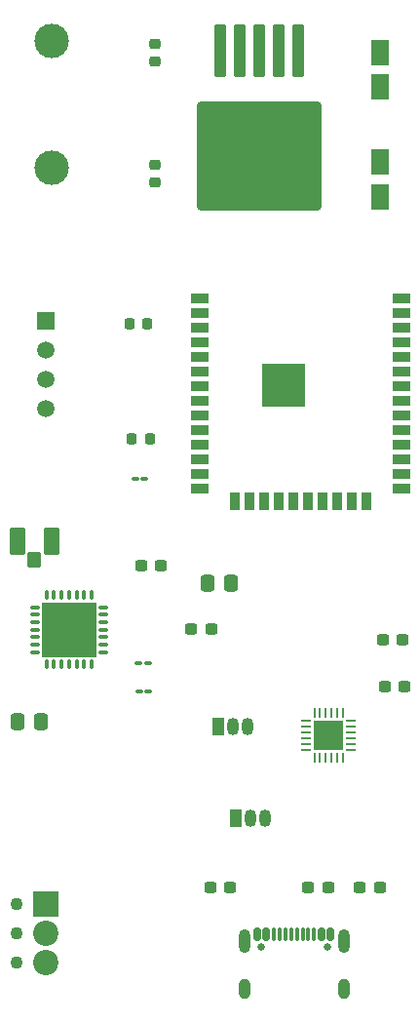
<source format=gbr>
%TF.GenerationSoftware,KiCad,Pcbnew,8.0.4*%
%TF.CreationDate,2025-07-24T11:12:48+05:30*%
%TF.ProjectId,SIH Smart Irrigation System,53494820-536d-4617-9274-204972726967,rev?*%
%TF.SameCoordinates,Original*%
%TF.FileFunction,Soldermask,Top*%
%TF.FilePolarity,Negative*%
%FSLAX46Y46*%
G04 Gerber Fmt 4.6, Leading zero omitted, Abs format (unit mm)*
G04 Created by KiCad (PCBNEW 8.0.4) date 2025-07-24 11:12:48*
%MOMM*%
%LPD*%
G01*
G04 APERTURE LIST*
G04 Aperture macros list*
%AMRoundRect*
0 Rectangle with rounded corners*
0 $1 Rounding radius*
0 $2 $3 $4 $5 $6 $7 $8 $9 X,Y pos of 4 corners*
0 Add a 4 corners polygon primitive as box body*
4,1,4,$2,$3,$4,$5,$6,$7,$8,$9,$2,$3,0*
0 Add four circle primitives for the rounded corners*
1,1,$1+$1,$2,$3*
1,1,$1+$1,$4,$5*
1,1,$1+$1,$6,$7*
1,1,$1+$1,$8,$9*
0 Add four rect primitives between the rounded corners*
20,1,$1+$1,$2,$3,$4,$5,0*
20,1,$1+$1,$4,$5,$6,$7,0*
20,1,$1+$1,$6,$7,$8,$9,0*
20,1,$1+$1,$8,$9,$2,$3,0*%
G04 Aperture macros list end*
%ADD10C,1.100000*%
%ADD11R,2.200000X2.200000*%
%ADD12C,2.200000*%
%ADD13C,3.000000*%
%ADD14RoundRect,0.075000X-0.312500X-0.075000X0.312500X-0.075000X0.312500X0.075000X-0.312500X0.075000X0*%
%ADD15RoundRect,0.075000X-0.075000X-0.312500X0.075000X-0.312500X0.075000X0.312500X-0.075000X0.312500X0*%
%ADD16R,4.800000X4.800000*%
%ADD17RoundRect,0.225000X-0.225000X-0.250000X0.225000X-0.250000X0.225000X0.250000X-0.225000X0.250000X0*%
%ADD18RoundRect,0.237500X-0.300000X-0.237500X0.300000X-0.237500X0.300000X0.237500X-0.300000X0.237500X0*%
%ADD19RoundRect,0.225000X-0.250000X0.225000X-0.250000X-0.225000X0.250000X-0.225000X0.250000X0.225000X0*%
%ADD20R,1.600000X2.200000*%
%ADD21R,1.500000X1.500000*%
%ADD22C,1.500000*%
%ADD23RoundRect,0.250000X-0.337500X-0.475000X0.337500X-0.475000X0.337500X0.475000X-0.337500X0.475000X0*%
%ADD24RoundRect,0.250000X-0.300000X2.050000X-0.300000X-2.050000X0.300000X-2.050000X0.300000X2.050000X0*%
%ADD25RoundRect,0.250002X-5.149998X4.449998X-5.149998X-4.449998X5.149998X-4.449998X5.149998X4.449998X0*%
%ADD26RoundRect,0.100000X-0.217500X-0.100000X0.217500X-0.100000X0.217500X0.100000X-0.217500X0.100000X0*%
%ADD27C,0.650000*%
%ADD28RoundRect,0.150000X-0.150000X-0.425000X0.150000X-0.425000X0.150000X0.425000X-0.150000X0.425000X0*%
%ADD29RoundRect,0.075000X-0.075000X-0.500000X0.075000X-0.500000X0.075000X0.500000X-0.075000X0.500000X0*%
%ADD30O,1.000000X2.100000*%
%ADD31O,1.000000X1.800000*%
%ADD32RoundRect,0.062500X-0.350000X-0.062500X0.350000X-0.062500X0.350000X0.062500X-0.350000X0.062500X0*%
%ADD33RoundRect,0.062500X-0.062500X-0.350000X0.062500X-0.350000X0.062500X0.350000X-0.062500X0.350000X0*%
%ADD34R,2.600000X2.600000*%
%ADD35R,1.050000X1.500000*%
%ADD36O,1.050000X1.500000*%
%ADD37RoundRect,0.102000X-0.550000X-1.125000X0.550000X-1.125000X0.550000X1.125000X-0.550000X1.125000X0*%
%ADD38RoundRect,0.102000X-0.525000X-0.550000X0.525000X-0.550000X0.525000X0.550000X-0.525000X0.550000X0*%
%ADD39R,1.500000X0.900000*%
%ADD40R,0.900000X1.500000*%
%ADD41C,0.600000*%
%ADD42R,3.800000X3.800000*%
G04 APERTURE END LIST*
D10*
%TO.C,J1*%
X135460000Y-130826000D03*
X135460000Y-133366000D03*
X135460000Y-135906000D03*
D11*
X138000000Y-130826000D03*
D12*
X138000000Y-133366000D03*
X138000000Y-135906000D03*
%TD*%
D13*
%TO.C,J3*%
X138500000Y-55906000D03*
%TD*%
D14*
%TO.C,U3*%
X137012500Y-105056000D03*
X137012500Y-105706000D03*
X137012500Y-106356000D03*
X137012500Y-107006000D03*
X137012500Y-107656000D03*
X137012500Y-108306000D03*
X137012500Y-108956000D03*
D15*
X138050000Y-109993500D03*
X138700000Y-109993500D03*
X139350000Y-109993500D03*
X140000000Y-109993500D03*
X140650000Y-109993500D03*
X141300000Y-109993500D03*
X141950000Y-109993500D03*
D14*
X142987500Y-108956000D03*
X142987500Y-108306000D03*
X142987500Y-107656000D03*
X142987500Y-107006000D03*
X142987500Y-106356000D03*
X142987500Y-105706000D03*
X142987500Y-105056000D03*
D15*
X141950000Y-104018500D03*
X141300000Y-104018500D03*
X140650000Y-104018500D03*
X140000000Y-104018500D03*
X139350000Y-104018500D03*
X138700000Y-104018500D03*
X138050000Y-104018500D03*
D16*
X140000000Y-107006000D03*
%TD*%
D17*
%TO.C,C12*%
X145225000Y-80406000D03*
X146775000Y-80406000D03*
%TD*%
D18*
%TO.C,C6*%
X150637500Y-106906000D03*
X152362500Y-106906000D03*
%TD*%
D13*
%TO.C,J4*%
X138500000Y-66906000D03*
%TD*%
D17*
%TO.C,C10*%
X145450000Y-90406000D03*
X147000000Y-90406000D03*
%TD*%
D19*
%TO.C,C2*%
X147500000Y-56131000D03*
X147500000Y-57681000D03*
%TD*%
D20*
%TO.C,C4*%
X167000000Y-66406000D03*
X167000000Y-69406000D03*
%TD*%
D21*
%TO.C,U5*%
X138000000Y-80193500D03*
D22*
X138000000Y-82733500D03*
X138000000Y-85273500D03*
X138000000Y-87813500D03*
%TD*%
D18*
%TO.C,C11*%
X152275000Y-129406000D03*
X154000000Y-129406000D03*
%TD*%
D20*
%TO.C,C1*%
X167000000Y-56906000D03*
X167000000Y-59906000D03*
%TD*%
D18*
%TO.C,R5*%
X167412500Y-111906000D03*
X169137500Y-111906000D03*
%TD*%
D23*
%TO.C,C5*%
X152000000Y-103006000D03*
X154075000Y-103006000D03*
%TD*%
%TO.C,C13*%
X135500000Y-115006000D03*
X137575000Y-115006000D03*
%TD*%
D24*
%TO.C,U4*%
X159900000Y-56756000D03*
X158200000Y-56756000D03*
X156500000Y-56756000D03*
D25*
X156500000Y-65906000D03*
D24*
X154800000Y-56756000D03*
X153100000Y-56756000D03*
%TD*%
D26*
%TO.C,C9*%
X145750000Y-93906000D03*
X146565000Y-93906000D03*
%TD*%
D27*
%TO.C,J2*%
X156655400Y-134539800D03*
X162435400Y-134539800D03*
D28*
X156345400Y-133464800D03*
X157145400Y-133464800D03*
D29*
X158295400Y-133464800D03*
X159295400Y-133464800D03*
X159795400Y-133464800D03*
X160795400Y-133464800D03*
D28*
X161945400Y-133464800D03*
X162745400Y-133464800D03*
X162745400Y-133464800D03*
X161945400Y-133464800D03*
D29*
X161295400Y-133464800D03*
X160295400Y-133464800D03*
X158795400Y-133464800D03*
X157795400Y-133464800D03*
D28*
X157145400Y-133464800D03*
X156345400Y-133464800D03*
D30*
X155225400Y-134039800D03*
D31*
X155225400Y-138219800D03*
D30*
X163865400Y-134039800D03*
D31*
X163865400Y-138219800D03*
%TD*%
D26*
%TO.C,C7*%
X146092500Y-112406000D03*
X146907500Y-112406000D03*
%TD*%
D18*
%TO.C,R3*%
X160775000Y-129406000D03*
X162500000Y-129406000D03*
%TD*%
D26*
%TO.C,C8*%
X146025000Y-109906000D03*
X146840000Y-109906000D03*
%TD*%
D18*
%TO.C,R4*%
X167275000Y-107906000D03*
X169000000Y-107906000D03*
%TD*%
D32*
%TO.C,U2*%
X160625000Y-114906000D03*
X160625000Y-115406000D03*
X160625000Y-115906000D03*
X160625000Y-116406000D03*
X160625000Y-116906000D03*
X160625000Y-117406000D03*
D33*
X161312500Y-118093500D03*
X161812500Y-118093500D03*
X162312500Y-118093500D03*
X162812500Y-118093500D03*
X163312500Y-118093500D03*
X163812500Y-118093500D03*
D32*
X164500000Y-117406000D03*
X164500000Y-116906000D03*
X164500000Y-116406000D03*
X164500000Y-115906000D03*
X164500000Y-115406000D03*
X164500000Y-114906000D03*
D33*
X163812500Y-114218500D03*
X163312500Y-114218500D03*
X162812500Y-114218500D03*
X162312500Y-114218500D03*
X161812500Y-114218500D03*
X161312500Y-114218500D03*
D34*
X162562500Y-116156000D03*
%TD*%
D35*
%TO.C,Q1*%
X152960000Y-115406000D03*
D36*
X154230000Y-115406000D03*
X155500000Y-115406000D03*
%TD*%
D37*
%TO.C,J5*%
X135525000Y-99356000D03*
X138475000Y-99356000D03*
D38*
X137000000Y-100906000D03*
%TD*%
D39*
%TO.C,U1*%
X151350000Y-78241000D03*
X151350000Y-79511000D03*
X151350000Y-80781000D03*
X151350000Y-82051000D03*
X151350000Y-83321000D03*
X151350000Y-84591000D03*
X151350000Y-85861000D03*
X151350000Y-87131000D03*
X151350000Y-88401000D03*
X151350000Y-89671000D03*
X151350000Y-90941000D03*
X151350000Y-92211000D03*
X151350000Y-93481000D03*
X151350000Y-94751000D03*
D40*
X154385000Y-95846000D03*
X155655000Y-95846000D03*
X156925000Y-95846000D03*
X158195000Y-95846000D03*
X159465000Y-95846000D03*
X160735000Y-95846000D03*
X162005000Y-95846000D03*
X163275000Y-95846000D03*
X164545000Y-95846000D03*
X165815000Y-95846000D03*
D39*
X168850000Y-94751000D03*
X168850000Y-93481000D03*
X168850000Y-92211000D03*
X168850000Y-90941000D03*
X168850000Y-89671000D03*
X168850000Y-88401000D03*
X168850000Y-87131000D03*
X168850000Y-85861000D03*
X168850000Y-84591000D03*
X168850000Y-83321000D03*
X168850000Y-82051000D03*
X168850000Y-80781000D03*
X168850000Y-79511000D03*
X168850000Y-78241000D03*
D41*
X157200000Y-85106000D03*
X157200000Y-86506000D03*
X157900000Y-84406000D03*
X157900000Y-85806000D03*
X157900000Y-87206000D03*
X158600000Y-85106000D03*
D42*
X158600000Y-85806000D03*
D41*
X158600000Y-86506000D03*
X159300000Y-84406000D03*
X159300000Y-85806000D03*
X159300000Y-87206000D03*
X160000000Y-85106000D03*
X160000000Y-86506000D03*
%TD*%
D18*
%TO.C,R2*%
X165275000Y-129406000D03*
X167000000Y-129406000D03*
%TD*%
%TO.C,R1*%
X146275000Y-101406000D03*
X148000000Y-101406000D03*
%TD*%
D35*
%TO.C,Q2*%
X154460000Y-123406000D03*
D36*
X155730000Y-123406000D03*
X157000000Y-123406000D03*
%TD*%
D19*
%TO.C,C3*%
X147500000Y-66631000D03*
X147500000Y-68181000D03*
%TD*%
M02*

</source>
